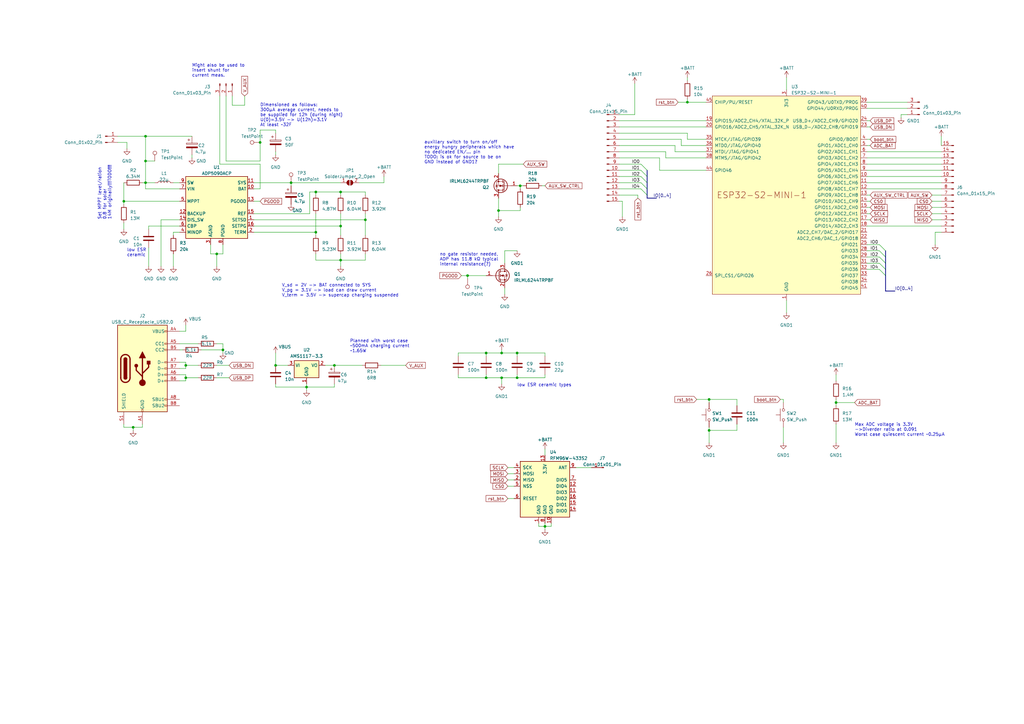
<source format=kicad_sch>
(kicad_sch (version 20230121) (generator eeschema)
  (paper "A3")
  (title_block (title "SunSparkESP32") (date "2023-03-25") (rev "2.0"))
  (junction (at 212.09 154.94))
  (junction (at 54.61 175.26))
  (junction (at 139.7 92.71))
  (junction (at 342.9 165.1))
  (junction (at 119.38 74.93))
  (junction (at 125.73 158.75))
  (junction (at 199.39 144.78))
  (junction (at 139.7 106.68))
  (junction (at 129.54 78.74))
  (junction (at 204.47 86.36))
  (junction (at 59.69 74.93))
  (junction (at 59.69 55.88))
  (junction (at 212.09 144.78))
  (junction (at 205.74 144.78))
  (junction (at 223.52 215.9))
  (junction (at 76.2 154.94))
  (junction (at 199.39 154.94))
  (junction (at 88.9 104.14))
  (junction (at 76.2 149.86))
  (junction (at 91.44 143.51))
  (junction (at 205.74 154.94))
  (junction (at 191.77 113.03))
  (junction (at 213.36 76.2))
  (junction (at 59.69 66.04))
  (junction (at 50.8 82.55))
  (junction (at 139.7 78.74))
  (junction (at 149.86 90.17))
  (junction (at 281.94 41.91))
  (junction (at 113.03 149.86))
  (junction (at 290.83 163.83))
  (junction (at 290.83 176.53))
  (junction (at 137.16 149.86))
  (junction (at 106.68 58.42))
  (junction (at 129.54 95.25))
  (bus_entry (at 262.89 69.85) (size 2.54 2.54))
  (bus_entry (at 360.68 102.87) (size 2.54 2.54))
  (bus_entry (at 262.89 67.31) (size 2.54 2.54))
  (bus_entry (at 262.89 74.93) (size 2.54 2.54))
  (bus_entry (at 360.68 107.95) (size 2.54 2.54))
  (bus_entry (at 262.89 77.47) (size 2.54 2.54))
  (bus_entry (at 360.68 105.41) (size 2.54 2.54))
  (bus_entry (at 360.68 110.49) (size 2.54 2.54))
  (bus_entry (at 360.68 100.33) (size 2.54 2.54))
  (bus_entry (at 262.89 72.39) (size 2.54 2.54))
  (wire (pts (xy 321.31 175.26) (xy 321.31 181.61)))
  (wire (pts (xy 91.44 140.97) (xy 88.9 140.97)))
  (wire (pts (xy 223.52 154.94) (xy 223.52 153.67)))
  (wire (pts (xy 285.75 163.83) (xy 290.83 163.83)))
  (wire (pts (xy 223.52 184.15) (xy 223.52 186.69)))
  (wire (pts (xy 104.14 74.93) (xy 119.38 74.93)))
  (wire (pts (xy 139.7 104.14) (xy 139.7 106.68)))
  (wire (pts (xy 355.6 90.17) (xy 356.87 90.17)))
  (wire (pts (xy 260.35 34.29) (xy 260.35 46.99)))
  (wire (pts (xy 156.21 149.86) (xy 166.37 149.86)))
  (wire (pts (xy 212.09 153.67) (xy 212.09 154.94)))
  (wire (pts (xy 104.14 87.63) (xy 127 87.63)))
  (wire (pts (xy 73.66 143.51) (xy 74.93 143.51)))
  (wire (pts (xy 290.83 176.53) (xy 290.83 181.61)))
  (wire (pts (xy 73.66 153.67) (xy 76.2 153.67)))
  (wire (pts (xy 355.6 72.39) (xy 386.08 72.39)))
  (wire (pts (xy 113.03 62.23) (xy 113.03 63.5)))
  (wire (pts (xy 113.03 157.48) (xy 113.03 158.75)))
  (wire (pts (xy 191.77 113.03) (xy 191.77 114.3)))
  (wire (pts (xy 342.9 163.83) (xy 342.9 165.1)))
  (wire (pts (xy 91.44 144.78) (xy 91.44 143.51)))
  (wire (pts (xy 355.6 49.53) (xy 356.87 49.53)))
  (wire (pts (xy 278.13 41.91) (xy 281.94 41.91)))
  (wire (pts (xy 205.74 144.78) (xy 199.39 144.78)))
  (wire (pts (xy 113.03 158.75) (xy 125.73 158.75)))
  (wire (pts (xy 106.68 53.34) (xy 106.68 58.42)))
  (wire (pts (xy 369.57 46.99) (xy 372.11 46.99)))
  (wire (pts (xy 58.42 173.99) (xy 58.42 175.26)))
  (wire (pts (xy 254 52.07) (xy 289.56 52.07)))
  (wire (pts (xy 205.74 154.94) (xy 212.09 154.94)))
  (wire (pts (xy 212.09 154.94) (xy 223.52 154.94)))
  (wire (pts (xy 139.7 87.63) (xy 139.7 92.71)))
  (wire (pts (xy 73.66 92.71) (xy 60.96 92.71)))
  (wire (pts (xy 54.61 175.26) (xy 54.61 176.53)))
  (wire (pts (xy 204.47 81.28) (xy 204.47 86.36)))
  (wire (pts (xy 355.6 80.01) (xy 356.87 80.01)))
  (wire (pts (xy 208.28 194.31) (xy 210.82 194.31)))
  (wire (pts (xy 220.98 215.9) (xy 223.52 215.9)))
  (wire (pts (xy 50.8 82.55) (xy 50.8 83.82)))
  (wire (pts (xy 386.08 55.88) (xy 386.08 59.69)))
  (wire (pts (xy 281.94 41.91) (xy 289.56 41.91)))
  (wire (pts (xy 208.28 191.77) (xy 210.82 191.77)))
  (wire (pts (xy 157.48 72.39) (xy 157.48 74.93)))
  (wire (pts (xy 52.07 60.96) (xy 52.07 58.42)))
  (wire (pts (xy 355.6 74.93) (xy 386.08 74.93)))
  (wire (pts (xy 149.86 106.68) (xy 139.7 106.68)))
  (wire (pts (xy 59.69 77.47) (xy 73.66 77.47)))
  (wire (pts (xy 355.6 52.07) (xy 356.87 52.07)))
  (wire (pts (xy 212.09 144.78) (xy 223.52 144.78)))
  (wire (pts (xy 104.14 92.71) (xy 139.7 92.71)))
  (wire (pts (xy 270.51 64.77) (xy 270.51 69.85)))
  (wire (pts (xy 322.58 31.75) (xy 322.58 36.83)))
  (wire (pts (xy 59.69 55.88) (xy 78.74 55.88)))
  (wire (pts (xy 208.28 204.47) (xy 210.82 204.47)))
  (wire (pts (xy 59.69 74.93) (xy 63.5 74.93)))
  (wire (pts (xy 213.36 76.2) (xy 212.09 76.2)))
  (bus (pts (xy 363.22 105.41) (xy 363.22 107.95)))
  (wire (pts (xy 71.12 74.93) (xy 73.66 74.93)))
  (wire (pts (xy 261.62 80.01) (xy 261.62 81.28)))
  (wire (pts (xy 199.39 146.05) (xy 199.39 144.78)))
  (wire (pts (xy 204.47 67.31) (xy 204.47 71.12)))
  (wire (pts (xy 208.28 196.85) (xy 210.82 196.85)))
  (wire (pts (xy 76.2 153.67) (xy 76.2 154.94)))
  (wire (pts (xy 382.27 90.17) (xy 386.08 90.17)))
  (wire (pts (xy 73.66 151.13) (xy 76.2 151.13)))
  (wire (pts (xy 355.6 62.23) (xy 386.08 62.23)))
  (wire (pts (xy 355.6 100.33) (xy 360.68 100.33)))
  (wire (pts (xy 254 49.53) (xy 289.56 49.53)))
  (wire (pts (xy 76.2 133.35) (xy 76.2 135.89)))
  (wire (pts (xy 88.9 149.86) (xy 93.98 149.86)))
  (wire (pts (xy 254 77.47) (xy 262.89 77.47)))
  (wire (pts (xy 149.86 90.17) (xy 149.86 96.52)))
  (wire (pts (xy 95.25 43.18) (xy 95.25 39.37)))
  (bus (pts (xy 363.22 107.95) (xy 363.22 110.49)))
  (wire (pts (xy 88.9 154.94) (xy 93.98 154.94)))
  (wire (pts (xy 86.36 104.14) (xy 88.9 104.14)))
  (bus (pts (xy 363.22 119.38) (xy 363.22 113.03)))
  (bus (pts (xy 265.43 80.01) (xy 265.43 81.28)))
  (wire (pts (xy 382.27 87.63) (xy 386.08 87.63)))
  (wire (pts (xy 355.6 105.41) (xy 360.68 105.41)))
  (wire (pts (xy 149.86 80.01) (xy 149.86 78.74)))
  (wire (pts (xy 355.6 77.47) (xy 386.08 77.47)))
  (wire (pts (xy 279.4 59.69) (xy 289.56 59.69)))
  (wire (pts (xy 205.74 144.78) (xy 212.09 144.78)))
  (wire (pts (xy 104.14 82.55) (xy 106.68 82.55)))
  (wire (pts (xy 50.8 175.26) (xy 54.61 175.26)))
  (wire (pts (xy 129.54 106.68) (xy 139.7 106.68)))
  (wire (pts (xy 59.69 55.88) (xy 59.69 66.04)))
  (wire (pts (xy 92.71 66.04) (xy 106.68 66.04)))
  (wire (pts (xy 369.57 48.26) (xy 369.57 46.99)))
  (wire (pts (xy 119.38 74.93) (xy 139.7 74.93)))
  (bus (pts (xy 363.22 110.49) (xy 363.22 113.03)))
  (wire (pts (xy 129.54 87.63) (xy 129.54 95.25)))
  (wire (pts (xy 320.04 163.83) (xy 321.31 163.83)))
  (wire (pts (xy 383.54 95.25) (xy 383.54 100.33)))
  (wire (pts (xy 125.73 157.48) (xy 125.73 158.75)))
  (wire (pts (xy 73.66 90.17) (xy 66.04 90.17)))
  (wire (pts (xy 149.86 87.63) (xy 149.86 90.17)))
  (wire (pts (xy 92.71 66.04) (xy 92.71 39.37)))
  (wire (pts (xy 139.7 78.74) (xy 139.7 80.01)))
  (wire (pts (xy 236.22 191.77) (xy 242.57 191.77)))
  (wire (pts (xy 59.69 77.47) (xy 59.69 74.93)))
  (wire (pts (xy 254 67.31) (xy 262.89 67.31)))
  (wire (pts (xy 66.04 90.17) (xy 66.04 109.22)))
  (wire (pts (xy 220.98 214.63) (xy 220.98 215.9)))
  (wire (pts (xy 76.2 154.94) (xy 76.2 156.21)))
  (wire (pts (xy 187.96 153.67) (xy 187.96 154.94)))
  (wire (pts (xy 270.51 69.85) (xy 289.56 69.85)))
  (wire (pts (xy 255.27 82.55) (xy 254 82.55)))
  (wire (pts (xy 355.6 85.09) (xy 356.87 85.09)))
  (wire (pts (xy 223.52 215.9) (xy 223.52 214.63)))
  (wire (pts (xy 254 54.61) (xy 281.94 54.61)))
  (wire (pts (xy 213.36 76.2) (xy 213.36 77.47)))
  (wire (pts (xy 113.03 144.78) (xy 113.03 149.86)))
  (wire (pts (xy 342.9 165.1) (xy 350.52 165.1)))
  (wire (pts (xy 91.44 143.51) (xy 91.44 140.97)))
  (wire (pts (xy 322.58 123.19) (xy 322.58 128.27)))
  (wire (pts (xy 214.63 76.2) (xy 213.36 76.2)))
  (wire (pts (xy 127 87.63) (xy 127 78.74)))
  (wire (pts (xy 106.68 67.31) (xy 106.68 77.47)))
  (wire (pts (xy 281.94 41.91) (xy 281.94 40.64)))
  (wire (pts (xy 127 78.74) (xy 129.54 78.74)))
  (wire (pts (xy 137.16 149.86) (xy 148.59 149.86)))
  (wire (pts (xy 382.27 85.09) (xy 386.08 85.09)))
  (bus (pts (xy 363.22 102.87) (xy 363.22 105.41)))
  (wire (pts (xy 100.33 39.37) (xy 100.33 43.18)))
  (wire (pts (xy 273.05 64.77) (xy 289.56 64.77)))
  (wire (pts (xy 73.66 140.97) (xy 81.28 140.97)))
  (wire (pts (xy 139.7 106.68) (xy 139.7 109.22)))
  (wire (pts (xy 113.03 54.61) (xy 113.03 53.34)))
  (wire (pts (xy 139.7 92.71) (xy 139.7 96.52)))
  (wire (pts (xy 199.39 154.94) (xy 199.39 153.67)))
  (bus (pts (xy 265.43 72.39) (xy 265.43 74.93)))
  (wire (pts (xy 86.36 100.33) (xy 86.36 104.14)))
  (wire (pts (xy 58.42 175.26) (xy 54.61 175.26)))
  (wire (pts (xy 254 59.69) (xy 276.86 59.69)))
  (wire (pts (xy 290.83 165.1) (xy 290.83 163.83)))
  (wire (pts (xy 342.9 173.99) (xy 342.9 181.61)))
  (wire (pts (xy 199.39 154.94) (xy 205.74 154.94)))
  (wire (pts (xy 52.07 58.42) (xy 48.26 58.42)))
  (wire (pts (xy 254 57.15) (xy 279.4 57.15)))
  (wire (pts (xy 214.63 67.31) (xy 204.47 67.31)))
  (wire (pts (xy 207.01 118.11) (xy 207.01 120.65)))
  (wire (pts (xy 355.6 102.87) (xy 360.68 102.87)))
  (wire (pts (xy 76.2 148.59) (xy 76.2 149.86)))
  (wire (pts (xy 50.8 91.44) (xy 50.8 93.98)))
  (wire (pts (xy 147.32 74.93) (xy 157.48 74.93)))
  (wire (pts (xy 58.42 74.93) (xy 59.69 74.93)))
  (wire (pts (xy 76.2 154.94) (xy 81.28 154.94)))
  (wire (pts (xy 273.05 62.23) (xy 254 62.23)))
  (wire (pts (xy 281.94 54.61) (xy 281.94 57.15)))
  (wire (pts (xy 281.94 57.15) (xy 289.56 57.15)))
  (wire (pts (xy 342.9 165.1) (xy 342.9 166.37)))
  (wire (pts (xy 213.36 85.09) (xy 213.36 86.36)))
  (wire (pts (xy 355.6 92.71) (xy 386.08 92.71)))
  (wire (pts (xy 73.66 135.89) (xy 76.2 135.89)))
  (bus (pts (xy 265.43 81.28) (xy 269.24 81.28)))
  (wire (pts (xy 76.2 156.21) (xy 73.66 156.21)))
  (wire (pts (xy 222.25 76.2) (xy 223.52 76.2)))
  (wire (pts (xy 71.12 95.25) (xy 71.12 96.52)))
  (wire (pts (xy 125.73 158.75) (xy 137.16 158.75)))
  (wire (pts (xy 189.23 113.03) (xy 191.77 113.03)))
  (wire (pts (xy 78.74 63.5) (xy 78.74 64.77)))
  (wire (pts (xy 129.54 104.14) (xy 129.54 106.68)))
  (wire (pts (xy 273.05 64.77) (xy 273.05 62.23)))
  (wire (pts (xy 355.6 44.45) (xy 372.11 44.45)))
  (wire (pts (xy 207.01 102.87) (xy 207.01 107.95)))
  (wire (pts (xy 290.83 175.26) (xy 290.83 176.53)))
  (wire (pts (xy 104.14 95.25) (xy 129.54 95.25)))
  (wire (pts (xy 276.86 59.69) (xy 276.86 62.23)))
  (bus (pts (xy 265.43 74.93) (xy 265.43 77.47)))
  (wire (pts (xy 382.27 80.01) (xy 386.08 80.01)))
  (wire (pts (xy 212.09 144.78) (xy 212.09 146.05)))
  (wire (pts (xy 355.6 64.77) (xy 386.08 64.77)))
  (wire (pts (xy 223.52 144.78) (xy 223.52 146.05)))
  (wire (pts (xy 59.69 66.04) (xy 63.5 66.04)))
  (wire (pts (xy 302.26 173.99) (xy 302.26 176.53)))
  (wire (pts (xy 302.26 163.83) (xy 290.83 163.83)))
  (wire (pts (xy 342.9 153.67) (xy 342.9 156.21)))
  (wire (pts (xy 187.96 154.94) (xy 199.39 154.94)))
  (wire (pts (xy 204.47 86.36) (xy 204.47 88.9)))
  (bus (pts (xy 265.43 69.85) (xy 265.43 72.39)))
  (wire (pts (xy 60.96 101.6) (xy 60.96 109.22)))
  (wire (pts (xy 254 72.39) (xy 262.89 72.39)))
  (wire (pts (xy 199.39 144.78) (xy 187.96 144.78)))
  (wire (pts (xy 205.74 143.51) (xy 205.74 144.78)))
  (wire (pts (xy 302.26 176.53) (xy 290.83 176.53)))
  (wire (pts (xy 355.6 59.69) (xy 356.87 59.69)))
  (wire (pts (xy 129.54 95.25) (xy 129.54 96.52)))
  (wire (pts (xy 355.6 69.85) (xy 386.08 69.85)))
  (wire (pts (xy 88.9 104.14) (xy 88.9 109.22)))
  (wire (pts (xy 383.54 95.25) (xy 386.08 95.25)))
  (wire (pts (xy 382.27 82.55) (xy 386.08 82.55)))
  (wire (pts (xy 254 80.01) (xy 261.62 80.01)))
  (wire (pts (xy 355.6 82.55) (xy 356.87 82.55)))
  (wire (pts (xy 226.06 215.9) (xy 226.06 214.63)))
  (wire (pts (xy 59.69 66.04) (xy 59.69 74.93)))
  (wire (pts (xy 88.9 104.14) (xy 91.44 104.14)))
  (wire (pts (xy 50.8 173.99) (xy 50.8 175.26)))
  (wire (pts (xy 208.28 199.39) (xy 210.82 199.39)))
  (wire (pts (xy 204.47 86.36) (xy 213.36 86.36)))
  (wire (pts (xy 71.12 104.14) (xy 71.12 109.22)))
  (wire (pts (xy 113.03 149.86) (xy 118.11 149.86)))
  (wire (pts (xy 106.68 77.47) (xy 104.14 77.47)))
  (wire (pts (xy 321.31 163.83) (xy 321.31 165.1)))
  (wire (pts (xy 82.55 143.51) (xy 91.44 143.51)))
  (wire (pts (xy 355.6 41.91) (xy 372.11 41.91)))
  (wire (pts (xy 355.6 87.63) (xy 356.87 87.63)))
  (wire (pts (xy 73.66 148.59) (xy 76.2 148.59)))
  (wire (pts (xy 255.27 82.55) (xy 255.27 88.9)))
  (wire (pts (xy 187.96 144.78) (xy 187.96 146.05)))
  (wire (pts (xy 133.35 149.86) (xy 137.16 149.86)))
  (wire (pts (xy 355.6 57.15) (xy 356.87 57.15)))
  (wire (pts (xy 100.33 43.18) (xy 95.25 43.18)))
  (wire (pts (xy 60.96 92.71) (xy 60.96 93.98)))
  (wire (pts (xy 129.54 78.74) (xy 139.7 78.74)))
  (wire (pts (xy 125.73 158.75) (xy 125.73 160.02)))
  (wire (pts (xy 90.17 67.31) (xy 90.17 39.37)))
  (wire (pts (xy 50.8 74.93) (xy 50.8 82.55)))
  (wire (pts (xy 355.6 67.31) (xy 386.08 67.31)))
  (wire (pts (xy 90.17 67.31) (xy 106.68 67.31)))
  (wire (pts (xy 119.38 74.93) (xy 119.38 76.2)))
  (wire (pts (xy 91.44 100.33) (xy 91.44 104.14)))
  (wire (pts (xy 223.52 215.9) (xy 223.52 217.17)))
  (wire (pts (xy 149.86 104.14) (xy 149.86 106.68)))
  (wire (pts (xy 73.66 82.55) (xy 50.8 82.55)))
  (bus (pts (xy 363.22 119.38) (xy 367.03 119.38)))
  (wire (pts (xy 106.68 53.34) (xy 113.03 53.34)))
  (wire (pts (xy 254 64.77) (xy 270.51 64.77)))
  (wire (pts (xy 355.6 107.95) (xy 360.68 107.95)))
  (wire (pts (xy 76.2 149.86) (xy 76.2 151.13)))
  (wire (pts (xy 223.52 215.9) (xy 226.06 215.9)))
  (wire (pts (xy 279.4 57.15) (xy 279.4 59.69)))
  (wire (pts (xy 281.94 31.75) (xy 281.94 33.02)))
  (wire (pts (xy 48.26 55.88) (xy 59.69 55.88)))
  (wire (pts (xy 149.86 78.74) (xy 139.7 78.74)))
  (wire (pts (xy 355.6 110.49) (xy 360.68 110.49)))
  (wire (pts (xy 137.16 157.48) (xy 137.16 158.75)))
  (wire (pts (xy 254 69.85) (xy 262.89 69.85)))
  (wire (pts (xy 276.86 62.23) (xy 289.56 62.23)))
  (wire (pts (xy 302.26 166.37) (xy 302.26 163.83)))
  (bus (pts (xy 265.43 77.47) (xy 265.43 80.01)))
  (wire (pts (xy 104.14 90.17) (xy 149.86 90.17)))
  (wire (pts (xy 106.68 58.42) (xy 106.68 66.04)))
  (wire (pts (xy 254 74.93) (xy 262.89 74.93)))
  (wire (pts (xy 73.66 95.25) (xy 71.12 95.25)))
  (wire (pts (xy 212.09 102.87) (xy 207.01 102.87)))
  (wire (pts (xy 191.77 113.03) (xy 199.39 113.03)))
  (wire (pts (xy 205.74 154.94) (xy 205.74 157.48)))
  (wire (pts (xy 260.35 46.99) (xy 254 46.99)))
  (wire (pts (xy 129.54 78.74) (xy 129.54 80.01)))
  (wire (pts (xy 76.2 149.86) (xy 81.28 149.86)))
  (text "Planned with worst case\n~500mA charging current\n~1.65W" (at 143.51 144.78 0) (effects (font (size 1.27 1.27)) (justify left bottom)))
  (text "Set MPPT level/ration\n0.8 for solar\n14M originally!!!TODO!!!" (at 45.72 90.17 90) (effects (font (size 1.27 1.27)) (justify left bottom)))
  (text "no gate resistor needed,\nADP has 11.8 kΩ typical\ninternal resistance(?)" (at 180.34 109.22 0) (effects (font (size 1.27 1.27)) (justify left bottom)))
  (text "low ESR ceramic types" (at 212.09 158.75 0) (effects (font (size 1.27 1.27)) (justify left bottom)))
  (text "Dimensioned as follows:\n300µA average current, needs to\nbe supplied for 12h (during night)\nU(0)=3.5V -> U(12h)=3.1V\nAt least ~32F" (at 106.68 52.07 0) (effects (font (size 1.27 1.27)) (justify left bottom)))
  (text "low ESR\nceramic" (at 52.07 105.41 0) (effects (font (size 1.27 1.27)) (justify left bottom)))
  (text "Max ADC voltage is 3.3V\n->Diverder ratio at 0.091\nWorst case quiescent current ~0.25µA\n" (at 350.52 179.07 0) (effects (font (size 1.27 1.27)) (justify left bottom)))
  (text "V_sd = 2V -> BAT connected to SYS\nV_pg = 3.1V -> load can draw current\nV_term = 3.5V -> supercap charging suspended\n" (at 115.57 121.92 0) (effects (font (size 1.27 1.27)) (justify left bottom)))
  (text "auxillary switch to turn on/off\nenergy hungry peripherals which have\nno dedicated EN/... pin\nTODO: is ok for source to be on\nGND instead of GND1?" (at 173.99 67.31 0) (effects (font (size 1.27 1.27)) (justify left bottom)))
  (text "Might also be used to\ninsert shunt for\ncurrent meas." (at 78.74 31.75 0) (effects (font (size 1.27 1.27)) (justify left bottom)))
  (label "IO1" (at 356.87 102.87 0))
  (label "IO0" (at 356.87 100.33 0))
  (label "IO2" (at 259.08 72.39 0))
  (label "IO2" (at 356.87 105.41 0))
  (label "IO4" (at 259.08 77.47 0))
  (label "IO0" (at 259.08 67.31 0))
  (label "IO1" (at 259.08 69.85 0))
  (label "IO3" (at 259.08 74.93 0))
  (label "IO3" (at 356.87 107.95 0))
  (label "IO[0..4]" (at 267.97 81.28 0))
  (label "IO4" (at 356.87 110.49 0))
  (label "IO[0..4]" (at 367.03 119.38 0))
  (global_label "MISO" (shape input) (at 356.87 90.17 0) (property "Intersheetrefs" "${INTERSHEET_REFS}" (effects hide)))
  (global_label "boot_btn" (shape input) (at 356.87 57.15 0) (property "Intersheetrefs" "${INTERSHEET_REFS}" (effects hide)))
  (global_label "USB_DN" (shape input) (at 93.98 149.86 0) (property "Intersheetrefs" "${INTERSHEET_REFS}" (effects hide)))
  (global_label "ADC_BAT" (shape input) (at 350.52 165.1 0) (property "Intersheetrefs" "${INTERSHEET_REFS}" (effects hide)))
  (global_label "boot_btn" (shape input) (at 320.04 163.83 180) (property "Intersheetrefs" "${INTERSHEET_REFS}" (effects hide)))
  (global_label "CS0" (shape input) (at 356.87 82.55 0) (property "Intersheetrefs" "${INTERSHEET_REFS}" (effects hide)))
  (global_label "rst_btn" (shape input) (at 208.28 204.47 180) (property "Intersheetrefs" "${INTERSHEET_REFS}" (effects hide)))
  (global_label "USB_DP" (shape input) (at 356.87 49.53 0) (property "Intersheetrefs" "${INTERSHEET_REFS}" (effects hide)))
  (global_label "USB_DN" (shape input) (at 356.87 52.07 0) (property "Intersheetrefs" "${INTERSHEET_REFS}" (effects hide)))
  (global_label "MISO" (shape input) (at 208.28 196.85 180) (property "Intersheetrefs" "${INTERSHEET_REFS}" (effects hide)))
  (global_label "MOSI" (shape input) (at 382.27 85.09 180) (property "Intersheetrefs" "${INTERSHEET_REFS}" (effects hide)))
  (global_label "USB_DP" (shape input) (at 93.98 154.94 0) (property "Intersheetrefs" "${INTERSHEET_REFS}" (effects hide)))
  (global_label "SCLK" (shape input) (at 382.27 87.63 180) (property "Intersheetrefs" "${INTERSHEET_REFS}" (effects hide)))
  (global_label "PGOOD" (shape input) (at 189.23 113.03 180) (property "Intersheetrefs" "${INTERSHEET_REFS}" (effects hide)))
  (global_label "V_AUX" (shape input) (at 100.33 39.37 90) (property "Intersheetrefs" "${INTERSHEET_REFS}" (effects hide)))
  (global_label "V_AUX" (shape input) (at 166.37 149.86 0) (property "Intersheetrefs" "${INTERSHEET_REFS}" (effects hide)))
  (global_label "rst_btn" (shape input) (at 261.62 81.28 270) (property "Intersheetrefs" "${INTERSHEET_REFS}" (effects hide)))
  (global_label "AUX_SW_CTRL" (shape input) (at 356.87 80.01 0) (property "Intersheetrefs" "${INTERSHEET_REFS}" (effects hide)))
  (global_label "SCLK" (shape input) (at 208.28 191.77 180) (property "Intersheetrefs" "${INTERSHEET_REFS}" (effects hide)))
  (global_label "ADC_BAT" (shape input) (at 356.87 59.69 0) (property "Intersheetrefs" "${INTERSHEET_REFS}" (effects hide)))
  (global_label "MOSI" (shape input) (at 208.28 194.31 180) (property "Intersheetrefs" "${INTERSHEET_REFS}" (effects hide)))
  (global_label "CS0" (shape input) (at 208.28 199.39 180) (property "Intersheetrefs" "${INTERSHEET_REFS}" (effects hide)))
  (global_label "PGOOD" (shape input) (at 106.68 82.55 0) (property "Intersheetrefs" "${INTERSHEET_REFS}" (effects hide)))
  (global_label "MISO" (shape input) (at 382.27 90.17 180) (property "Intersheetrefs" "${INTERSHEET_REFS}" (effects hide)))
  (global_label "CS0" (shape input) (at 382.27 82.55 180) (property "Intersheetrefs" "${INTERSHEET_REFS}" (effects hide)))
  (global_label "AUX_SW" (shape input) (at 382.27 80.01 180) (property "Intersheetrefs" "${INTERSHEET_REFS}" (effects hide)))
  (global_label "AUX_SW_CTRL" (shape input) (at 223.52 76.2 0) (property "Intersheetrefs" "${INTERSHEET_REFS}" (effects hide)))
  (global_label "SCLK" (shape input) (at 356.87 87.63 0) (property "Intersheetrefs" "${INTERSHEET_REFS}" (effects hide)))
  (global_label "AUX_SW" (shape input) (at 214.63 67.31 0) (property "Intersheetrefs" "${INTERSHEET_REFS}" (effects hide)))
  (global_label "MOSI" (shape input) (at 356.87 85.09 0) (property "Intersheetrefs" "${INTERSHEET_REFS}" (effects hide)))
  (global_label "rst_btn" (shape input) (at 278.13 41.91 180) (property "Intersheetrefs" "${INTERSHEET_REFS}" (effects hide)))
  (global_label "rst_btn" (shape input) (at 285.75 163.83 180) (property "Intersheetrefs" "${INTERSHEET_REFS}" (effects hide)))
  (symbol (lib_id "Connector:USB_C_Receptacle_USB2.0") (at 58.42 151.13 0) (unit 1)
    (property "Reference" "J2" (at 58.42 129.54 0))
    (property "Value" "USB_C_Receptacle_USB2.0" (at 58.42 132.08 0))
    (property "Footprint" "Connector_USB:USB_C_Receptacle_GCT_USB4105-xx-A_16P_TopMnt_Horizontal" (effects hide))
    (property "Datasheet" "https://www.usb.org/sites/default/files/documents/usb_type-c.zip" (effects hide))
  )
  (symbol (lib_id "power:GND") (at 113.03 63.5 0) (unit 1)
    (property "Reference" "#PWR011" (effects hide))
    (property "Value" "GND" (at 113.03 68.58 0))
  )
  (symbol (lib_id "Connector:TestPoint") (at 106.68 58.42 90) (unit 1)
    (property "Reference" "TP2" (at 103.378 53.34 90))
    (property "Value" "TestPoint" (at 103.378 55.88 90))
    (property "Footprint" "TestPoint:TestPoint_Pad_D1.0mm" (effects hide))
  )
  (symbol (lib_id "power:GND") (at 207.01 120.65 0) (unit 1)
    (property "Reference" "#PWR019" (effects hide))
    (property "Value" "GND" (at 207.01 125.73 0))
  )
  (symbol (lib_id "Connector:Conn_01x03_Pin") (at 377.19 44.45 180) (unit 1)
    (property "Reference" "J5" (at 378.46 43.815 0) (effects (justify right)))
    (property "Value" "Conn_01x03_Pin" (at 378.46 46.355 0) (effects (justify right)))
    (property "Footprint" "Connector_PinSocket_2.54mm:PinSocket_1x03_P2.54mm_Vertical" (effects hide))
  )
  (symbol (lib_id "Device:R") (at 149.86 100.33 0) (unit 1)
    (property "Reference" "R13" (at 152.4 99.695 0) (effects (justify left)))
    (property "Value" "6.04M" (at 152.4 102.235 0) (effects (justify left)))
    (property "Footprint" "Resistor_SMD:R_0805_2012Metric_Pad1.20x1.40mm_HandSolder" (effects hide))
  )
  (symbol (lib_id "power:GND") (at 204.47 88.9 0) (unit 1)
    (property "Reference" "#PWR033" (effects hide))
    (property "Value" "GND" (at 204.47 93.98 0))
  )
  (symbol (lib_id "Device:R") (at 281.94 36.83 0) (unit 1)
    (property "Reference" "R15" (at 284.48 36.195 0) (effects (justify left)))
    (property "Value" "10k" (at 284.48 38.735 0) (effects (justify left)))
    (property "Footprint" "Resistor_SMD:R_0805_2012Metric_Pad1.20x1.40mm_HandSolder" (effects hide))
  )
  (symbol (lib_id "power:VBUS") (at 76.2 133.35 0) (unit 1)
    (property "Reference" "#PWR07" (effects hide))
    (property "Value" "VBUS" (at 80.01 130.81 0))
  )
  (symbol (lib_id "power:GND") (at 54.61 176.53 0) (unit 1)
    (property "Reference" "#PWR03" (effects hide))
    (property "Value" "GND" (at 54.61 181.61 0))
  )
  (symbol (lib_id "RF_Module:RFM96W-433S2") (at 223.52 199.39 0) (unit 1)
    (property "Reference" "U4" (at 225.4759 185.42 0) (effects (justify left)))
    (property "Value" "RFM96W-433S2" (at 225.4759 187.96 0) (effects (justify left)))
    (property "Footprint" "RF_Module:HOPERF_RFM9XW_SMD" (effects hide))
    (property "Datasheet" "https://www.hoperf.com/data/upload/portal/20181127/5bfcc0ac60235.pdf" (effects hide))
  )
  (symbol (lib_id "power:GND") (at 60.96 109.22 0) (unit 1)
    (property "Reference" "#PWR04" (effects hide))
    (property "Value" "GND" (at 60.96 114.3 0))
  )
  (symbol (lib_id "power:GND") (at 50.8 93.98 0) (unit 1)
    (property "Reference" "#PWR01" (effects hide))
    (property "Value" "GND" (at 50.8 99.06 0))
  )
  (symbol (lib_id "power:GND1") (at 369.57 48.26 0) (unit 1)
    (property "Reference" "#PWR030" (effects hide))
    (property "Value" "GND1" (at 374.65 49.53 0))
  )
  (symbol (lib_id "Switch:SW_Push") (at 321.31 170.18 90) (unit 1)
    (property "Reference" "SW2" (at 322.58 169.545 90) (effects (justify right)))
    (property "Value" "SW_Push" (at 322.58 172.085 90) (effects (justify right)))
    (property "Footprint" "Button_Switch_SMD:SW_Tactile_SPST_NO_Straight_CK_PTS636Sx25SMTRLFS" (effects hide))
  )
  (symbol (lib_id "power:GND") (at 88.9 109.22 0) (unit 1)
    (property "Reference" "#PWR09" (effects hide))
    (property "Value" "GND" (at 88.9 114.3 0))
  )
  (symbol (lib_id "Device:C") (at 113.03 153.67 0) (unit 1)
    (property "Reference" "C4" (at 116.84 153.035 0) (effects (justify left)))
    (property "Value" "10n" (at 116.84 155.575 0) (effects (justify left)))
    (property "Footprint" "Capacitor_SMD:C_0805_2012Metric_Pad1.18x1.45mm_HandSolder" (effects hide))
  )
  (symbol (lib_id "Device:R") (at 342.9 170.18 0) (unit 1)
    (property "Reference" "R17" (at 345.44 169.545 0) (effects (justify left)))
    (property "Value" "13M" (at 345.44 172.085 0) (effects (justify left)))
    (property "Footprint" "Resistor_SMD:R_0805_2012Metric_Pad1.20x1.40mm_HandSolder" (effects hide))
  )
  (symbol (lib_id "Device:C") (at 212.09 149.86 0) (unit 1)
    (property "Reference" "C9" (at 215.9 149.225 0) (effects (justify left)))
    (property "Value" "22µ" (at 215.9 151.765 0) (effects (justify left)))
    (property "Footprint" "Capacitor_SMD:C_1206_3216Metric" (effects hide))
  )
  (symbol (lib_id "Device:C") (at 223.52 149.86 0) (unit 1)
    (property "Reference" "C10" (at 227.33 149.225 0) (effects (justify left)))
    (property "Value" "22µ" (at 227.33 151.765 0) (effects (justify left)))
    (property "Footprint" "Capacitor_SMD:C_1206_3216Metric" (effects hide))
  )
  (symbol (lib_id "Connector:TestPoint") (at 63.5 66.04 0) (unit 1)
    (property "Reference" "TP1" (at 66.04 62.103 0) (effects (justify left)))
    (property "Value" "TestPoint" (at 66.04 64.643 0) (effects (justify left)))
    (property "Footprint" "TestPoint:TestPoint_Pad_D1.0mm" (effects hide))
  )
  (symbol (lib_id "power:GND1") (at 223.52 217.17 0) (unit 1)
    (property "Reference" "#PWR034" (effects hide))
    (property "Value" "GND1" (at 223.52 222.25 0))
  )
  (symbol (lib_id "Device:R") (at 129.54 83.82 0) (unit 1)
    (property "Reference" "R8" (at 132.08 83.185 0) (effects (justify left)))
    (property "Value" "4.87M" (at 132.08 85.725 0) (effects (justify left)))
    (property "Footprint" "Resistor_SMD:R_0805_2012Metric_Pad1.20x1.40mm_HandSolder" (effects hide))
  )
  (symbol (lib_id "power:GND1") (at 290.83 181.61 0) (unit 1)
    (property "Reference" "#PWR024" (effects hide))
    (property "Value" "GND1" (at 290.83 186.69 0))
  )
  (symbol (lib_id "power:GND1") (at 383.54 100.33 0) (unit 1)
    (property "Reference" "#PWR031" (effects hide))
    (property "Value" "GND1" (at 383.54 105.41 0))
  )
  (symbol (lib_id "power:+BATT") (at 342.9 153.67 0) (unit 1)
    (property "Reference" "#PWR028" (effects hide))
    (property "Value" "+BATT" (at 342.9 149.86 0))
  )
  (symbol (lib_id "Device:R") (at 213.36 81.28 0) (unit 1)
    (property "Reference" "R19" (at 215.9 80.645 0) (effects (justify left)))
    (property "Value" "20k" (at 215.9 83.185 0) (effects (justify left)))
    (property "Footprint" "Resistor_SMD:R_0805_2012Metric_Pad1.20x1.40mm_HandSolder" (effects hide))
  )
  (symbol (lib_id "Device:L") (at 67.31 74.93 90) (unit 1)
    (property "Reference" "L1" (at 67.31 71.12 90))
    (property "Value" "22µ" (at 67.31 73.66 90))
    (property "Footprint" "Inductor_SMD:L_Coilcraft_LPS4018" (effects hide))
  )
  (symbol (lib_id "power:GND1") (at 212.09 102.87 0) (unit 1)
    (property "Reference" "#PWR020" (effects hide))
    (property "Value" "GND1" (at 212.09 107.95 0))
  )
  (symbol (lib_id "Connector:Conn_01x03_Pin") (at 92.71 34.29 270) (unit 1)
    (property "Reference" "J3" (at 85.09 35.56 90))
    (property "Value" "Conn_01x03_Pin" (at 78.74 38.1 90))
    (property "Footprint" "Connector_PinSocket_2.54mm:PinSocket_1x03_P2.54mm_Vertical" (effects hide))
  )
  (symbol (lib_id "power:GND1") (at 205.74 157.48 0) (unit 1)
    (property "Reference" "#PWR018" (effects hide))
    (property "Value" "GND1" (at 205.74 162.56 0))
  )
  (symbol (lib_id "Jumper:SolderJumper_2_Open") (at 143.51 74.93 0) (unit 1)
    (property "Reference" "JP1" (at 143.51 69.85 0))
    (property "Value" "SolderJumper_2_Open" (at 143.51 72.39 0))
    (property "Footprint" "Jumper:SolderJumper-2_P1.3mm_Open_RoundedPad1.0x1.5mm" (effects hide))
  )
  (symbol (lib_id "power:GND") (at 119.38 83.82 0) (unit 1)
    (property "Reference" "#PWR013" (effects hide))
    (property "Value" "GND" (at 121.92 86.36 0))
  )
  (symbol (lib_id "Device:R") (at 54.61 74.93 270) (unit 1)
    (property "Reference" "R2" (at 54.61 69.85 90))
    (property "Value" "6.34M" (at 54.61 72.39 90))
    (property "Footprint" "Resistor_SMD:R_0805_2012Metric_Pad1.20x1.40mm_HandSolder" (effects hide))
  )
  (symbol (lib_id "power:GND") (at 66.04 109.22 0) (unit 1)
    (property "Reference" "#PWR05" (effects hide))
    (property "Value" "GND" (at 66.04 114.3 0))
  )
  (symbol (lib_id "Device:C") (at 187.96 149.86 0) (unit 1)
    (property "Reference" "C7" (at 191.77 149.225 0) (effects (justify left)))
    (property "Value" "100n" (at 191.77 151.765 0) (effects (justify left)))
    (property "Footprint" "Capacitor_SMD:C_0805_2012Metric_Pad1.18x1.45mm_HandSolder" (effects hide))
  )
  (symbol (lib_id "power:+BATT") (at 223.52 184.15 0) (unit 1)
    (property "Reference" "#PWR035" (effects hide))
    (property "Value" "+BATT" (at 223.52 180.34 0))
  )
  (symbol (lib_id "power:GND") (at 52.07 60.96 0) (unit 1)
    (property "Reference" "#PWR02" (effects hide))
    (property "Value" "GND" (at 52.07 66.04 0))
  )
  (symbol (lib_id "Connector:Conn_01x01_Pin") (at 247.65 191.77 180) (unit 1)
    (property "Reference" "J7" (at 247.015 187.96 0))
    (property "Value" "Conn_01x01_Pin" (at 247.015 190.5 0))
    (property "Footprint" "TestPoint:TestPoint_THTPad_D1.5mm_Drill0.7mm" (effects hide))
  )
  (symbol (lib_id "Device:R") (at 139.7 100.33 0) (unit 1)
    (property "Reference" "R11" (at 142.24 99.695 0) (effects (justify left)))
    (property "Value" "3.92M" (at 142.24 102.235 0) (effects (justify left)))
    (property "Footprint" "Resistor_SMD:R_0805_2012Metric_Pad1.20x1.40mm_HandSolder" (effects hide))
  )
  (symbol (lib_id "power:+BATT") (at 157.48 72.39 0) (unit 1)
    (property "Reference" "#PWR016" (effects hide))
    (property "Value" "+BATT" (at 157.48 68.58 0))
  )
  (symbol (lib_id "Device:C") (at 199.39 149.86 0) (unit 1)
    (property "Reference" "C8" (at 203.2 149.225 0) (effects (justify left)))
    (property "Value" "100n" (at 203.2 151.765 0) (effects (justify left)))
    (property "Footprint" "Capacitor_SMD:C_0805_2012Metric_Pad1.18x1.45mm_HandSolder" (effects hide))
  )
  (symbol (lib_id "Device:R") (at 50.8 87.63 0) (unit 1)
    (property "Reference" "R1" (at 53.34 86.995 0) (effects (justify left)))
    (property "Value" "13M" (at 53.34 89.535 0) (effects (justify left)))
    (property "Footprint" "Resistor_SMD:R_0805_2012Metric_Pad1.20x1.40mm_HandSolder" (effects hide))
  )
  (symbol (lib_id "Connector:TestPoint") (at 191.77 114.3 180) (unit 1)
    (property "Reference" "TP4" (at 194.31 118.11 0) (effects (justify right)))
    (property "Value" "TestPoint" (at 189.23 120.65 0) (effects (justify right)))
    (property "Footprint" "TestPoint:TestPoint_Pad_D1.0mm" (effects hide))
  )
  (symbol (lib_id "power:GND1") (at 321.31 181.61 0) (unit 1)
    (property "Reference" "#PWR025" (effects hide))
    (property "Value" "GND1" (at 321.31 186.69 0))
  )
  (symbol (lib_id "Device:R") (at 342.9 160.02 0) (unit 1)
    (property "Reference" "R16" (at 345.44 159.385 0) (effects (justify left)))
    (property "Value" "1.4M" (at 345.44 161.925 0) (effects (justify left)))
    (property "Footprint" "Resistor_SMD:R_0805_2012Metric_Pad1.20x1.40mm_HandSolder" (effects hide))
  )
  (symbol (lib_id "power:+BATT") (at 281.94 31.75 0) (unit 1)
    (property "Reference" "#PWR023" (effects hide))
    (property "Value" "+BATT" (at 281.94 27.94 0))
  )
  (symbol (lib_id "Device:R") (at 139.7 83.82 0) (unit 1)
    (property "Reference" "R10" (at 142.24 83.185 0) (effects (justify left)))
    (property "Value" "6.04M" (at 142.24 85.725 0) (effects (justify left)))
    (property "Footprint" "Resistor_SMD:R_0805_2012Metric_Pad1.20x1.40mm_HandSolder" (effects hide))
  )
  (symbol (lib_id "power:GND1") (at 322.58 128.27 0) (unit 1)
    (property "Reference" "#PWR027" (effects hide))
    (property "Value" "GND1" (at 322.58 133.35 0))
  )
  (symbol (lib_id "power:GND1") (at 342.9 181.61 0) (unit 1)
    (property "Reference" "#PWR029" (effects hide))
    (property "Value" "GND1" (at 342.9 186.69 0))
  )
  (symbol (lib_id "Device:C_Polarized") (at 119.38 80.01 0) (unit 1)
    (property "Reference" "C5" (at 121.92 80.01 0) (effects (justify left)))
    (property "Value" "4.7µ" (at 120.65 82.55 0) (effects (justify left)))
    (property "Footprint" "Capacitor_SMD:CP_Elec_4x3" (effects hide))
  )
  (symbol (lib_id "Device:R") (at 85.09 149.86 90) (unit 1)
    (property "Reference" "R6" (at 90.17 148.59 90))
    (property "Value" "22R" (at 85.09 149.86 90))
    (property "Footprint" "Resistor_SMD:R_0805_2012Metric_Pad1.20x1.40mm_HandSolder" (effects hide))
  )
  (symbol (lib_id "Device:R") (at 129.54 100.33 0) (unit 1)
    (property "Reference" "R9" (at 132.08 99.695 0) (effects (justify left)))
    (property "Value" "5.23M" (at 132.08 102.235 0) (effects (justify left)))
    (property "Footprint" "Resistor_SMD:R_0805_2012Metric_Pad1.20x1.40mm_HandSolder" (effects hide))
  )
  (symbol (lib_id "power:GND") (at 71.12 109.22 0) (unit 1)
    (property "Reference" "#PWR06" (effects hide))
    (property "Value" "GND" (at 71.12 114.3 0))
  )
  (symbol (lib_id "power:+BATT") (at 322.58 31.75 0) (unit 1)
    (property "Reference" "#PWR026" (effects hide))
    (property "Value" "+BATT" (at 322.58 27.94 0))
  )
  (symbol (lib_id "power:GND") (at 125.73 160.02 0) (unit 1)
    (property "Reference" "#PWR014" (effects hide))
    (property "Value" "GND" (at 125.73 165.1 0))
  )
  (symbol (lib_id "power:+BATT") (at 260.35 34.29 0) (unit 1)
    (property "Reference" "#PWR022" (effects hide))
    (property "Value" "+BATT" (at 260.35 30.48 0))
  )
  (symbol (lib_id "Device:C_Polarized") (at 78.74 59.69 0) (unit 1)
    (property "Reference" "C2" (at 81.28 59.69 0) (effects (justify left)))
    (property "Value" "4.7µ" (at 80.01 62.23 0) (effects (justify left)))
    (property "Footprint" "Capacitor_SMD:CP_Elec_4x3" (effects hide))
  )
  (symbol (lib_id "Regulator_Linear:AMS1117-3.3") (at 125.73 149.86 0) (unit 1)
    (property "Reference" "U2" (at 125.73 143.51 0))
    (property "Value" "AMS1117-3.3" (at 125.73 146.05 0))
    (property "Footprint" "Package_TO_SOT_SMD:SOT-223-3_TabPin2" (effects hide))
    (property "Datasheet" "http://www.advanced-monolithic.com/pdf/ds1117.pdf" (effects hide))
  )
  (symbol (lib_id "Espressif:ESP32-S2-MINI-1") (at 322.58 80.01 0) (unit 1)
    (property "Reference" "U3" (at 324.5359 35.56 0) (effects (justify left)))
    (property "Value" "ESP32-S2-MINI-1" (at 324.5359 38.1 0) (effects (justify left)))
    (property "Footprint" "Espressif:ESP32-S2-MINI-1" (effects hide))
    (property "Datasheet" "https://www.espressif.com/sites/default/files/documentation/esp32-s2-mini-1_esp32-s2-mini-1u_datasheet_en.pdf" (effects hide))
  )
  (symbol (lib_id "power:VBUS") (at 113.03 144.78 0) (unit 1)
    (property "Reference" "#PWR012" (effects hide))
    (property "Value" "VBUS" (at 116.84 142.24 0))
  )
  (symbol (lib_id "Device:R") (at 78.74 143.51 270) (unit 1)
    (property "Reference" "R4" (at 76.2 146.05 90) (effects (justify left)))
    (property "Value" "5.1k" (at 76.2 143.51 90) (effects (justify left)))
    (property "Footprint" "Resistor_SMD:R_0805_2012Metric_Pad1.20x1.40mm_HandSolder" (effects hide))
  )
  (symbol (lib_id "Device:C_Polarized") (at 137.16 153.67 0) (unit 1)
    (property "Reference" "C6" (at 139.7 153.67 0) (effects (justify left)))
    (property "Value" "47µ" (at 138.43 156.21 0) (effects (justify left)))
    (property "Footprint" "Capacitor_SMD:CP_Elec_5x3" (effects hide))
  )
  (symbol (lib_id "Switch:SW_Push") (at 290.83 170.18 90) (unit 1)
    (property "Reference" "SW1" (at 292.1 169.545 90) (effects (justify right)))
    (property "Value" "SW_Push" (at 292.1 172.085 90) (effects (justify right)))
    (property "Footprint" "Button_Switch_SMD:SW_Tactile_SPST_NO_Straight_CK_PTS636Sx25SMTRLFS" (effects hide))
  )
  (symbol (lib_id "power:GND") (at 139.7 109.22 0) (unit 1)
    (property "Reference" "#PWR015" (effects hide))
    (property "Value" "GND" (at 139.7 114.3 0))
  )
  (symbol (lib_id "power:GND1") (at 255.27 88.9 0) (unit 1)
    (property "Reference" "#PWR021" (effects hide))
    (property "Value" "GND1" (at 255.27 93.98 0))
  )
  (symbol (lib_id "Device:R") (at 85.09 140.97 270) (unit 1)
    (property "Reference" "R5" (at 82.55 138.43 90) (effects (justify left)))
    (property "Value" "5.1k" (at 82.55 140.97 90) (effects (justify left)))
    (property "Footprint" "Resistor_SMD:R_0805_2012Metric_Pad1.20x1.40mm_HandSolder" (effects hide))
  )
  (symbol (lib_id "custom_sym:IRLML6244TRPBF") (at 207.01 76.2 180) (unit 1)
    (property "Reference" "Q2" (at 200.66 76.835 0) (effects (justify left)))
    (property "Value" "IRLML6244TRPBF" (at 200.66 74.295 0) (effects (justify left)))
    (property "Footprint" "Package_TO_SOT_SMD:SOT-23" (effects hide))
    (property "Datasheet" "https://www.infineon.com/dgdl/Infineon-IRLML6244-DataSheet-v01_01-EN.pdf?fileId=5546d462533600a4015356686fed261f" (effects hide))
  )
  (symbol (lib_id "Connector:TestPoint") (at 119.38 74.93 0) (unit 1)
    (property "Reference" "TP3" (at 121.92 70.993 0) (effects (justify left)))
    (property "Value" "TestPoint" (at 121.92 73.533 0) (effects (justify left)))
    (property "Footprint" "TestPoint:TestPoint_Pad_D1.0mm" (effects hide))
  )
  (symbol (lib_id "Device:R") (at 71.12 100.33 0) (unit 1)
    (property "Reference" "R3" (at 73.66 99.695 0) (effects (justify left)))
    (property "Value" "20k" (at 73.66 102.235 0) (effects (justify left)))
    (property "Footprint" "Resistor_SMD:R_0805_2012Metric_Pad1.20x1.40mm_HandSolder" (effects hide))
  )
  (symbol (lib_id "Device:C_Polarized") (at 113.03 58.42 0) (unit 1)
    (property "Reference" "C3" (at 116.84 56.896 0) (effects (justify left)))
    (property "Value" "50F" (at 116.84 59.436 0) (effects (justify left)))
    (property "Footprint" "Capacitor_THT:CP_Radial_D10.0mm_P5.00mm" (effects hide))
  )
  (symbol (lib_id "Battery_Management:ADP5090ACP") (at 88.9 85.09 0) (unit 1)
    (property "Reference" "U1" (at 88.9 68.58 0))
    (property "Value" "ADP5090ACP" (at 88.9 71.12 0))
    (property "Footprint" "Package_CSP:LFCSP-16-1EP_3x3mm_P0.5mm_EP1.7x1.7mm" (effects hide))
    (property "Datasheet" "https://www.analog.com/media/en/technical-documentation/data-sheets/ADP5090.pdf" (effects hide))
  )
  (symbol (lib_id "power:GND") (at 91.44 144.78 0) (unit 1)
    (property "Reference" "#PWR010" (effects hide))
    (property "Value" "GND" (at 93.98 144.78 0))
  )
  (symbol (lib_id "Device:R") (at 218.44 76.2 270) (unit 1)
    (property "Reference" "R18" (at 218.44 71.12 90))
    (property "Value" "20k" (at 218.44 73.66 90))
    (property "Footprint" "Resistor_SMD:R_0805_2012Metric_Pad1.20x1.40mm_HandSolder" (effects hide))
  )
  (symbol (lib_id "Device:C") (at 302.26 170.18 0) (unit 1)
    (property "Reference" "C11" (at 306.07 169.545 0) (effects (justify left)))
    (property "Value" "100n" (at 306.07 172.085 0) (effects (justify left)))
    (property "Footprint" "Capacitor_SMD:C_0805_2012Metric_Pad1.18x1.45mm_HandSolder" (effects hide))
  )
  (symbol (lib_id "power:GND") (at 78.74 64.77 0) (unit 1)
    (property "Reference" "#PWR08" (effects hide))
    (property "Value" "GND" (at 82.55 66.04 0))
  )
  (symbol (lib_id "Device:R") (at 152.4 149.86 90) (unit 1)
    (property "Reference" "R14" (at 152.4 152.4 90))
    (property "Value" "6R8" (at 152.4 154.94 90))
    (property "Footprint" "Resistor_SMD:R_0612_1632Metric" (effects hide))
  )
  (symbol (lib_id "power:+BATT") (at 205.74 143.51 0) (unit 1)
    (property "Reference" "#PWR017" (effects hide))
    (property "Value" "+BATT" (at 205.74 139.7 0))
  )
  (symbol (lib_id "custom_sym:IRLML6244TRPBF") (at 204.47 113.03 0) (unit 1)
    (property "Reference" "Q1" (at 210.82 112.395 0) (effects (justify left)))
    (property "Value" "IRLML6244TRPBF" (at 210.82 114.935 0) (effects (justify left)))
    (property "Footprint" "Package_TO_SOT_SMD:SOT-23" (effects hide))
    (property "Datasheet" "https://www.infineon.com/dgdl/Infineon-IRLML6244-DataSheet-v01_01-EN.pdf?fileId=5546d462533600a4015356686fed261f" (effects hide))
  )
  (symbol (lib_id "Device:C") (at 60.96 97.79 0) (unit 1)
    (property "Reference" "C1" (at 54.61 97.79 0) (effects (justify left)))
    (property "Value" "10n" (at 54.61 100.33 0) (effects (justify left)))
    (property "Footprint" "Capacitor_SMD:C_0805_2012Metric_Pad1.18x1.45mm_HandSolder" (effects hide))
  )
  (symbol (lib_id "Connector:Conn_01x15_Pin") (at 248.92 64.77 0) (unit 1)
    (property "Reference" "J4" (at 249.555 43.18 0))
    (property "Value" "Conn_01x15_Pin" (at 249.555 45.72 0))
    (property "Footprint" "Connector_PinSocket_2.54mm:PinSocket_1x15_P2.54mm_Vertical" (effects hide))
  )
  (symbol (lib_id "power:+BATT") (at 386.08 55.88 0) (unit 1)
    (property "Reference" "#PWR032" (effects hide))
    (property "Value" "+BATT" (at 386.08 52.07 0))
  )
  (symbol (lib_id "Connector:Conn_01x02_Pin") (at 43.18 55.88 0) (unit 1)
    (property "Reference" "J1" (at 40.64 55.88 0))
    (property "Value" "Conn_01x02_Pin" (at 34.29 58.42 0))
    (property "Footprint" "Connector_PinSocket_2.54mm:PinSocket_1x02_P2.54mm_Vertical" (effects hide))
  )
  (symbol (lib_id "Connector:Conn_01x15_Pin") (at 391.16 77.47 180) (unit 1)
    (property "Reference" "J6" (at 392.43 76.835 0) (effects (justify right)))
    (property "Value" "Conn_01x15_Pin" (at 392.43 79.375 0) (effects (justify right)))
    (property "Footprint" "Connector_PinSocket_2.54mm:PinSocket_1x15_P2.54mm_Vertical" (effects hide))
  )
  (symbol (lib_id "Device:R") (at 149.86 83.82 0) (unit 1)
    (property "Reference" "R12" (at 152.4 83.185 0) (effects (justify left)))
    (property "Value" "3.92M" (at 152.4 85.725 0) (effects (justify left)))
    (property "Footprint" "Resistor_SMD:R_0805_2012Metric_Pad1.20x1.40mm_HandSolder" (effects hide))
  )
  (symbol (lib_id "Device:R") (at 85.09 154.94 90) (unit 1)
    (property "Reference" "R7" (at 90.17 153.67 90))
    (property "Value" "22R" (at 85.09 154.94 90))
    (property "Footprint" "Resistor_SMD:R_0805_2012Metric_Pad1.20x1.40mm_HandSolder" (effects hide))
  )
)
</source>
